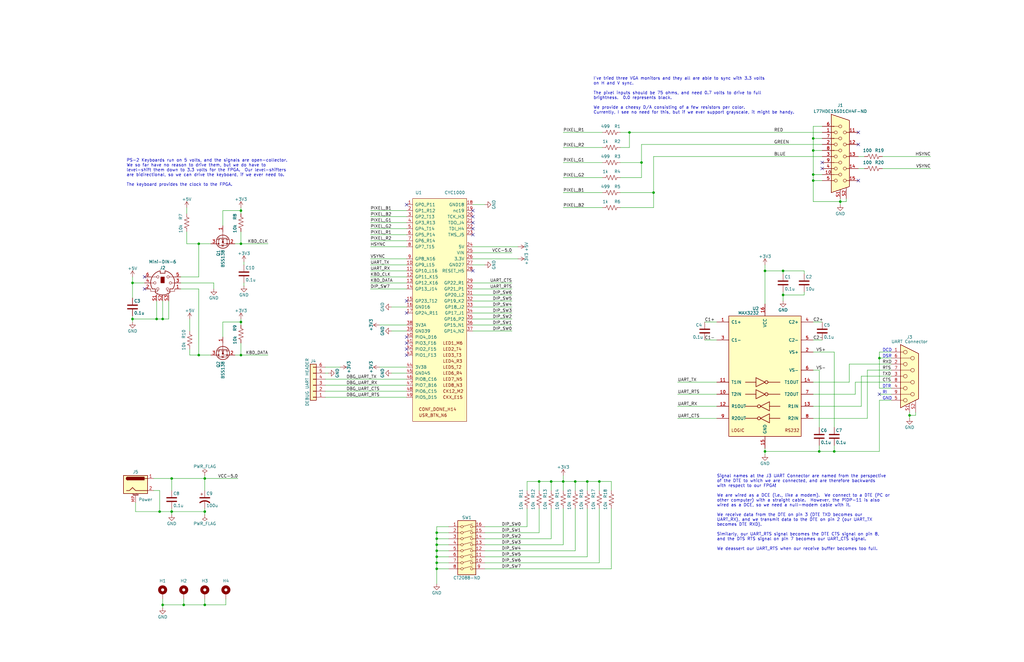
<source format=kicad_sch>
(kicad_sch (version 20210621) (generator eeschema)
  (paper "B")
  (title_block (title "ASCII Terminal") (date "2021-03-11") (rev "1") (company "Falco Engineering"))
  (lib_symbols
    (symbol "Connector:Barrel_Jack_MountingPin" (pin_names hide)
      (property "Reference" "J" (at 0 5.334 0))
      (property "Value" "Connector_Barrel_Jack_MountingPin" (at 1.27 -6.35 0))
      (symbol "Barrel_Jack_MountingPin_1_1"
        (text "Mounting" (at 0 -4.191 0) (effects (font (size 0.381 0.381))))
        (pin passive line (at 7.62 2.54 180) (length 2.54) (name "~") (number "1"))
        (pin passive line (at 7.62 -2.54 180) (length 2.54) (name "~") (number "2"))
        (pin passive line (at 0 -7.62 90) (length 3.048) (name "MountPin") (number "MP"))
      )
    )
    (symbol "Connector_Generic:Conn_01x06" (pin_names (offset 1.016) hide)
      (property "Reference" "J" (at 0 7.62 0))
      (property "Value" "Connector_Generic_Conn_01x06" (at 0 -10.16 0))
      (symbol "Conn_01x06_1_1"
        (pin passive line (at -5.08 5.08 0) (length 3.81) (name "Pin_1") (number "1"))
        (pin passive line (at -5.08 2.54 0) (length 3.81) (name "Pin_2") (number "2"))
        (pin passive line (at -5.08 0 0) (length 3.81) (name "Pin_3") (number "3"))
        (pin passive line (at -5.08 -2.54 0) (length 3.81) (name "Pin_4") (number "4"))
        (pin passive line (at -5.08 -5.08 0) (length 3.81) (name "Pin_5") (number "5"))
        (pin passive line (at -5.08 -7.62 0) (length 3.81) (name "Pin_6") (number "6"))
      )
    )
    (symbol "Device:C" (pin_numbers hide) (pin_names (offset 0.254))
      (property "Reference" "C" (at 0.635 2.54 0))
      (property "Value" "Device_C" (at 0.635 -2.54 0))
      (symbol "C_1_1"
        (pin passive line (at 0 3.81 270) (length 2.794) (name "~") (number "1"))
        (pin passive line (at 0 -3.81 90) (length 2.794) (name "~") (number "2"))
      )
    )
    (symbol "Device:CP1" (pin_numbers hide) (pin_names (offset 0.254) hide)
      (property "Reference" "C" (at 0.635 2.54 0))
      (property "Value" "Device_CP1" (at 0.635 -2.54 0))
      (symbol "CP1_1_1"
        (pin passive line (at 0 3.81 270) (length 2.794) (name "~") (number "1"))
        (pin passive line (at 0 -3.81 90) (length 3.302) (name "~") (number "2"))
      )
    )
    (symbol "Device:R_US" (pin_numbers hide) (pin_names (offset 0))
      (property "Reference" "R" (at 2.54 0 90))
      (property "Value" "Device_R_US" (at -2.54 0 90))
      (symbol "R_US_1_1"
        (pin passive line (at 0 3.81 270) (length 1.27) (name "~") (number "1"))
        (pin passive line (at 0 -3.81 90) (length 1.27) (name "~") (number "2"))
      )
    )
    (symbol "Interface_UART:MAX3232" (pin_names (offset 1.016))
      (property "Reference" "U" (at -2.54 28.575 0))
      (property "Value" "Interface_UART_MAX3232" (at -2.54 26.67 0))
      (symbol "MAX3232_0_0"
        (text "LOGIC" (at -11.43 -22.86 0) (effects (font (size 1.27 1.27))))
        (text "RS232" (at 11.43 -22.86 0) (effects (font (size 1.27 1.27))))
      )
      (symbol "MAX3232_1_1"
        (pin passive line (at -20.32 22.86 0) (length 5.08) (name "C1+") (number "1"))
        (pin input line (at -20.32 -7.62 0) (length 5.08) (name "T2IN") (number "10"))
        (pin input line (at -20.32 -2.54 0) (length 5.08) (name "T1IN") (number "11"))
        (pin output line (at -20.32 -12.7 0) (length 5.08) (name "R1OUT") (number "12"))
        (pin input line (at 20.32 -12.7 180) (length 5.08) (name "R1IN") (number "13"))
        (pin output line (at 20.32 -2.54 180) (length 5.08) (name "T1OUT") (number "14"))
        (pin power_in line (at 0 -30.48 90) (length 5.08) (name "GND") (number "15"))
        (pin power_in line (at 0 30.48 270) (length 5.08) (name "VCC") (number "16"))
        (pin power_out line (at 20.32 10.16 180) (length 5.08) (name "VS+") (number "2"))
        (pin passive line (at -20.32 15.24 0) (length 5.08) (name "C1-") (number "3"))
        (pin passive line (at 20.32 22.86 180) (length 5.08) (name "C2+") (number "4"))
        (pin passive line (at 20.32 15.24 180) (length 5.08) (name "C2-") (number "5"))
        (pin power_out line (at 20.32 2.54 180) (length 5.08) (name "VS-") (number "6"))
        (pin output line (at 20.32 -7.62 180) (length 5.08) (name "T2OUT") (number "7"))
        (pin input line (at 20.32 -17.78 180) (length 5.08) (name "R2IN") (number "8"))
        (pin output line (at -20.32 -17.78 0) (length 5.08) (name "R2OUT") (number "9"))
      )
    )
    (symbol "Mechanical:MountingHole_Pad" (pin_numbers hide) (pin_names (offset 1.016) hide)
      (property "Reference" "H" (at 0 6.35 0))
      (property "Value" "Mechanical_MountingHole_Pad" (at 0 4.445 0))
      (symbol "MountingHole_Pad_1_1"
        (pin input line (at 0 -2.54 90) (length 2.54) (name "1") (number "1"))
      )
    )
    (symbol "Switch:SW_DIP_x08" (pin_names (offset 0) hide)
      (property "Reference" "SW" (at 0 13.97 0))
      (property "Value" "Switch_SW_DIP_x08" (at 0 -11.43 0))
      (symbol "SW_DIP_x08_1_1"
        (pin passive line (at -7.62 10.16 0) (length 5.08) (name "~") (number "1"))
        (pin passive line (at 7.62 -5.08 180) (length 5.08) (name "~") (number "10"))
        (pin passive line (at 7.62 -2.54 180) (length 5.08) (name "~") (number "11"))
        (pin passive line (at 7.62 0 180) (length 5.08) (name "~") (number "12"))
        (pin passive line (at 7.62 2.54 180) (length 5.08) (name "~") (number "13"))
        (pin passive line (at 7.62 5.08 180) (length 5.08) (name "~") (number "14"))
        (pin passive line (at 7.62 7.62 180) (length 5.08) (name "~") (number "15"))
        (pin passive line (at 7.62 10.16 180) (length 5.08) (name "~") (number "16"))
        (pin passive line (at -7.62 7.62 0) (length 5.08) (name "~") (number "2"))
        (pin passive line (at -7.62 5.08 0) (length 5.08) (name "~") (number "3"))
        (pin passive line (at -7.62 2.54 0) (length 5.08) (name "~") (number "4"))
        (pin passive line (at -7.62 0 0) (length 5.08) (name "~") (number "5"))
        (pin passive line (at -7.62 -2.54 0) (length 5.08) (name "~") (number "6"))
        (pin passive line (at -7.62 -5.08 0) (length 5.08) (name "~") (number "7"))
        (pin passive line (at -7.62 -7.62 0) (length 5.08) (name "~") (number "8"))
        (pin passive line (at 7.62 -7.62 180) (length 5.08) (name "~") (number "9"))
      )
    )
    (symbol "Transistor_FET:BSS138" (pin_names hide)
      (property "Reference" "Q" (at 5.08 1.905 0))
      (property "Value" "Transistor_FET_BSS138" (at 5.08 0 0))
      (symbol "BSS138_1_1"
        (pin input line (at -5.08 0 0) (length 2.54) (name "G") (number "1"))
        (pin passive line (at 2.54 -5.08 90) (length 2.54) (name "S") (number "2"))
        (pin passive line (at 2.54 5.08 270) (length 2.54) (name "D") (number "3"))
      )
    )
    (symbol "falco_fpga:CYC1000" (pin_names (offset 1.016))
      (property "Reference" "U" (at -7.62 5.08 0))
      (property "Value" "CYC1000" (at 7.62 5.08 0))
      (symbol "CYC1000_0_0"
        (text "CK12_M2" (at 2.54 -78.74 0) (effects (font (size 1.27 1.27)) (justify left)))
        (text "CKX_E15" (at 2.54 -81.28 0) (effects (font (size 1.27 1.27)) (justify left)))
        (text "CONF_DONE_H14" (at -7.62 -86.36 0) (effects (font (size 1.27 1.27)) (justify left)))
        (text "LED1_M6" (at 2.54 -58.42 0) (effects (font (size 1.27 1.27)) (justify left)))
        (text "LED2_T4" (at 2.54 -60.96 0) (effects (font (size 1.27 1.27)) (justify left)))
        (text "LED3_T3" (at 2.54 -63.5 0) (effects (font (size 1.27 1.27)) (justify left)))
        (text "LED4_R3" (at 2.54 -66.04 0) (effects (font (size 1.27 1.27)) (justify left)))
        (text "LED5_T2" (at 2.54 -68.58 0) (effects (font (size 1.27 1.27)) (justify left)))
        (text "LED6_R4" (at 2.54 -71.12 0) (effects (font (size 1.27 1.27)) (justify left)))
        (text "LED7_N5" (at 2.54 -73.66 0) (effects (font (size 1.27 1.27)) (justify left)))
        (text "LED8_N3" (at 2.54 -76.2 0) (effects (font (size 1.27 1.27)) (justify left)))
        (text "USR_BTN_N6" (at -7.62 -88.9 0) (effects (font (size 1.27 1.27)) (justify left)))
      )
      (symbol "CYC1000_1_1"
        (pin bidirectional line (at -12.7 0 0) (length 2.54) (name "GP0_P11") (number "1"))
        (pin bidirectional line (at -12.7 -25.4 0) (length 2.54) (name "GP9_L15") (number "10"))
        (pin bidirectional line (at -12.7 -27.94 0) (length 2.54) (name "GP10_L16") (number "11"))
        (pin bidirectional line (at -12.7 -30.48 0) (length 2.54) (name "GP11_K15") (number "12"))
        (pin bidirectional line (at -12.7 -33.02 0) (length 2.54) (name "GP12_K16") (number "13"))
        (pin bidirectional line (at -12.7 -35.56 0) (length 2.54) (name "GP13_J14") (number "14"))
        (pin bidirectional line (at -12.7 -40.64 0) (length 2.54) (name "GP23_T12") (number "15"))
        (pin power_in line (at -12.7 -43.18 0) (length 2.54) (name "GND16") (number "16"))
        (pin bidirectional line (at -12.7 -45.72 0) (length 2.54) (name "GP24_R11") (number "17"))
        (pin power_in line (at 15.24 0 180) (length 2.54) (name "GND18") (number "18"))
        (pin passive line (at 15.24 -2.54 180) (length 2.54) (name "nc19") (number "19"))
        (pin bidirectional line (at -12.7 -2.54 0) (length 2.54) (name "GP1_R12") (number "2"))
        (pin input line (at 15.24 -5.08 180) (length 2.54) (name "TCK_H3") (number "20"))
        (pin output line (at 15.24 -7.62 180) (length 2.54) (name "TDO_J4") (number "21"))
        (pin input line (at 15.24 -10.16 180) (length 2.54) (name "TDI_H4") (number "22"))
        (pin input line (at 15.24 -12.7 180) (length 2.54) (name "TMS_J5") (number "23"))
        (pin power_out line (at 15.24 -17.78 180) (length 2.54) (name "5V") (number "24"))
        (pin power_in line (at 15.24 -20.32 180) (length 2.54) (name "VIN") (number "25"))
        (pin power_out line (at 15.24 -22.86 180) (length 2.54) (name "3.3V") (number "26"))
        (pin power_in line (at 15.24 -25.4 180) (length 2.54) (name "GND27") (number "27"))
        (pin input line (at 15.24 -27.94 180) (length 2.54) (name "RESET_H5") (number "28"))
        (pin bidirectional line (at 15.24 -33.02 180) (length 2.54) (name "GP22_R1") (number "29"))
        (pin bidirectional line (at -12.7 -5.08 0) (length 2.54) (name "GP2_T13") (number "3"))
        (pin bidirectional line (at 15.24 -35.56 180) (length 2.54) (name "GP21_P1") (number "30"))
        (pin bidirectional line (at 15.24 -38.1 180) (length 2.54) (name "GP20_L2") (number "31"))
        (pin bidirectional line (at 15.24 -40.64 180) (length 2.54) (name "GP19_K2") (number "32"))
        (pin bidirectional line (at 15.24 -43.18 180) (length 2.54) (name "GP18_J2") (number "33"))
        (pin bidirectional line (at 15.24 -45.72 180) (length 2.54) (name "GP17_J1") (number "34"))
        (pin bidirectional line (at 15.24 -48.26 180) (length 2.54) (name "GP16_P2") (number "35"))
        (pin bidirectional line (at 15.24 -50.8 180) (length 2.54) (name "GP15_N1") (number "36"))
        (pin bidirectional line (at 15.24 -53.34 180) (length 2.54) (name "GP14_N2") (number "37"))
        (pin passive line (at -12.7 -50.8 0) (length 2.54) (name "3V3A") (number "38"))
        (pin power_in line (at -12.7 -53.34 0) (length 2.54) (name "GND39") (number "39"))
        (pin bidirectional line (at -12.7 -7.62 0) (length 2.54) (name "GP3_R13") (number "4"))
        (pin bidirectional line (at -12.7 -55.88 0) (length 2.54) (name "PIO4_D16") (number "40"))
        (pin bidirectional line (at -12.7 -58.42 0) (length 2.54) (name "PIO3_F16") (number "41"))
        (pin bidirectional line (at -12.7 -60.96 0) (length 2.54) (name "PIO2_F15") (number "42"))
        (pin bidirectional line (at -12.7 -63.5 0) (length 2.54) (name "PIO1_F13") (number "43"))
        (pin passive line (at -12.7 -68.58 0) (length 2.54) (name "3V3B") (number "44"))
        (pin power_in line (at -12.7 -71.12 0) (length 2.54) (name "GND45") (number "45"))
        (pin bidirectional line (at -12.7 -73.66 0) (length 2.54) (name "PIO8_C16") (number "46"))
        (pin bidirectional line (at -12.7 -76.2 0) (length 2.54) (name "PIO7_B16") (number "47"))
        (pin bidirectional line (at -12.7 -78.74 0) (length 2.54) (name "PIO6_C15") (number "48"))
        (pin bidirectional line (at -12.7 -81.28 0) (length 2.54) (name "PIO5_D15") (number "49"))
        (pin bidirectional line (at -12.7 -10.16 0) (length 2.54) (name "GP4_T14") (number "5"))
        (pin bidirectional line (at -12.7 -12.7 0) (length 2.54) (name "GP5_P14") (number "6"))
        (pin bidirectional line (at -12.7 -15.24 0) (length 2.54) (name "GP6_R14") (number "7"))
        (pin bidirectional line (at -12.7 -17.78 0) (length 2.54) (name "GP7_T15") (number "8"))
        (pin bidirectional line (at -12.7 -22.86 0) (length 2.54) (name "GP8_N16") (number "9"))
      )
    )
    (symbol "falco_terminal:DB15_Female" (pin_names (offset 1.016) hide)
      (property "Reference" "J" (at 0 21.59 0))
      (property "Value" "DB15_Female" (at 0 19.05 0))
      (symbol "DB15_Female_1_1"
        (pin passive line (at -7.62 10.16 0) (length 5.08) (name "~") (number "1"))
        (pin passive line (at -7.62 -7.62 0) (length 5.08) (name "~") (number "10"))
        (pin passive line (at 7.62 10.16 180) (length 5.08) (name "~") (number "11"))
        (pin passive line (at 7.62 5.08 180) (length 5.08) (name "~") (number "12"))
        (pin passive line (at 7.62 0 180) (length 5.08) (name "~") (number "13"))
        (pin passive line (at 7.62 -5.08 180) (length 5.08) (name "~") (number "14"))
        (pin passive line (at 7.62 -10.16 180) (length 5.08) (name "~") (number "15"))
        (pin passive line (at -7.62 5.08 0) (length 5.08) (name "~") (number "2"))
        (pin passive line (at -7.62 0 0) (length 5.08) (name "~") (number "3"))
        (pin passive line (at -7.62 -5.08 0) (length 5.08) (name "~") (number "4"))
        (pin passive line (at -7.62 -10.16 0) (length 5.08) (name "~") (number "5"))
        (pin passive line (at -7.62 12.7 0) (length 5.08) (name "~") (number "6"))
        (pin passive line (at -7.62 7.62 0) (length 5.08) (name "~") (number "7"))
        (pin passive line (at -7.62 2.54 0) (length 5.08) (name "~") (number "8"))
        (pin passive line (at -7.62 -2.54 0) (length 5.08) (name "~") (number "9"))
        (pin passive line (at 0 -17.78 90) (length 3.81) (name "~") (number "S1"))
        (pin passive line (at 2.54 -17.78 90) (length 4.572) (name "~") (number "S2"))
      )
    )
    (symbol "falco_terminal:DB9_Female" (pin_names (offset 1.016) hide)
      (property "Reference" "J" (at 0 16.51 0))
      (property "Value" "DB9_Female" (at 0 14.605 0))
      (symbol "DB9_Female_1_1"
        (pin passive line (at -7.62 10.16 0) (length 3.81) (name "1") (number "1"))
        (pin passive line (at -7.62 5.08 0) (length 3.81) (name "2") (number "2"))
        (pin passive line (at -7.62 0 0) (length 3.81) (name "3") (number "3"))
        (pin passive line (at -7.62 -5.08 0) (length 3.81) (name "4") (number "4"))
        (pin passive line (at -7.62 -10.16 0) (length 3.81) (name "5") (number "5"))
        (pin passive line (at -7.62 7.62 0) (length 3.81) (name "6") (number "6"))
        (pin passive line (at -7.62 2.54 0) (length 3.81) (name "7") (number "7"))
        (pin passive line (at -7.62 -2.54 0) (length 3.81) (name "8") (number "8"))
        (pin passive line (at -7.62 -7.62 0) (length 3.81) (name "9") (number "9"))
        (pin passive line (at 0 -15.24 90) (length 3.81) (name "~") (number "S1"))
        (pin passive line (at 2.54 -15.24 90) (length 5.08) (name "~") (number "S2"))
      )
    )
    (symbol "falco_terminal:Mini-DIN-6" (pin_names (offset 1.016))
      (property "Reference" "J" (at 0 6.35 0))
      (property "Value" "Mini-DIN-6" (at 7.62 6.35 0))
      (symbol "Mini-DIN-6_1_1"
        (pin passive line (at 7.62 -2.54 180) (length 2.54) (name "~") (number "1"))
        (pin passive line (at -7.62 -2.54 0) (length 2.54) (name "~") (number "2"))
        (pin passive line (at 7.62 0 180) (length 2.54) (name "~") (number "3"))
        (pin passive line (at -7.62 0 0) (length 2.54) (name "~") (number "4"))
        (pin passive line (at 7.62 2.54 180) (length 2.54) (name "~") (number "5"))
        (pin passive line (at -7.62 2.54 0) (length 2.54) (name "~") (number "6"))
        (pin passive line (at -2.54 -7.62 90) (length 2.54) (name "~") (number "S1"))
        (pin passive line (at 0 -7.62 90) (length 2.54) (name "~") (number "S2"))
        (pin passive line (at 2.54 -7.62 90) (length 2.54) (name "~") (number "S3"))
      )
    )
    (symbol "power:+3V3" (power) (pin_names (offset 0))
      (property "Value" "power_+3V3" (at 0 3.556 0))
      (symbol "+3V3_1_1"
        (pin power_in line (at 0 0 90) (length 0) hide (name "+3V3") (number "1"))
      )
    )
    (symbol "power:+5V" (power) (pin_names (offset 0))
      (property "Value" "power_+5V" (at 0 3.556 0))
      (symbol "+5V_1_1"
        (pin power_in line (at 0 0 90) (length 0) hide (name "+5V") (number "1"))
      )
    )
    (symbol "power:GND" (power) (pin_names (offset 0))
      (property "Value" "power_GND" (at 0 -3.81 0))
      (symbol "GND_1_1"
        (pin power_in line (at 0 0 270) (length 0) hide (name "GND") (number "1"))
      )
    )
    (symbol "power:PWR_FLAG" (power) (pin_numbers hide) (pin_names (offset 0) hide)
      (property "Value" "power_PWR_FLAG" (at 0 3.81 0))
      (symbol "PWR_FLAG_0_0"
        (pin power_out line (at 0 0 90) (length 0) (name "pwr") (number "1"))
      )
    )
  )
  (junction (at 77.47 255.27))
  (junction (at 270.51 68.58))
  (junction (at 330.2 124.46))
  (junction (at 72.39 215.9))
  (junction (at 342.9 76.2))
  (junction (at 86.36 201.93))
  (junction (at 101.6 88.9))
  (junction (at 86.36 255.27))
  (junction (at 68.58 255.27))
  (junction (at 342.9 63.5))
  (junction (at 265.43 55.88))
  (junction (at 101.6 149.86))
  (junction (at 66.04 134.62))
  (junction (at 83.82 149.86))
  (junction (at 67.31 215.9))
  (junction (at 242.57 203.2))
  (junction (at 83.82 102.87))
  (junction (at 351.79 190.5))
  (junction (at 227.33 203.2))
  (junction (at 342.9 58.42))
  (junction (at 101.6 102.87))
  (junction (at 184.15 227.33))
  (junction (at 184.15 234.95))
  (junction (at 184.15 240.03))
  (junction (at 322.58 190.5))
  (junction (at 72.39 201.93))
  (junction (at 354.33 85.09))
  (junction (at 383.54 175.26))
  (junction (at 55.88 134.62))
  (junction (at 55.88 119.38))
  (junction (at 101.6 135.89))
  (junction (at 330.2 114.3))
  (junction (at 184.15 229.87))
  (junction (at 232.41 203.2))
  (junction (at 184.15 224.79))
  (junction (at 184.15 232.41))
  (junction (at 237.49 203.2))
  (junction (at 342.9 73.66))
  (junction (at 345.44 190.5))
  (junction (at 247.65 203.2))
  (junction (at 184.15 237.49))
  (junction (at 322.58 114.3))
  (junction (at 275.59 81.28))
  (junction (at 252.73 203.2))
  (junction (at 86.36 215.9))
  (junction (at 370.84 151.13))
  (junction (at 68.58 134.62))
  (no_connect (at 370.84 166.37))
  (no_connect (at 171.45 144.78))
  (no_connect (at 199.39 96.52))
  (no_connect (at 199.39 93.98))
  (no_connect (at 60.96 121.92))
  (no_connect (at 199.39 88.9))
  (no_connect (at 361.95 60.96))
  (no_connect (at 346.71 68.58))
  (no_connect (at 361.95 55.88))
  (no_connect (at 199.39 114.3))
  (no_connect (at 60.96 116.84))
  (no_connect (at 171.45 132.08))
  (no_connect (at 171.45 149.86))
  (no_connect (at 171.45 142.24))
  (no_connect (at 361.95 76.2))
  (no_connect (at 346.71 71.12))
  (no_connect (at 171.45 86.36))
  (no_connect (at 199.39 91.44))
  (no_connect (at 199.39 99.06))
  (no_connect (at 171.45 147.32))
  (no_connect (at 171.45 127))
  (wire (pts (xy 189.23 224.79) (xy 184.15 224.79)))
  (wire (pts (xy 78.74 87.63) (xy 78.74 90.17)))
  (wire (pts (xy 55.88 133.35) (xy 55.88 134.62)))
  (wire (pts (xy 215.9 129.54) (xy 199.39 129.54)))
  (wire (pts (xy 204.47 237.49) (xy 252.73 237.49)))
  (wire (pts (xy 354.33 83.82) (xy 354.33 85.09)))
  (wire (pts (xy 80.01 134.62) (xy 80.01 139.7)))
  (wire (pts (xy 199.39 111.76) (xy 204.47 111.76)))
  (wire (pts (xy 232.41 207.01) (xy 232.41 203.2)))
  (wire (pts (xy 156.21 121.92) (xy 171.45 121.92)))
  (wire (pts (xy 78.74 102.87) (xy 83.82 102.87)))
  (wire (pts (xy 189.23 229.87) (xy 184.15 229.87)))
  (wire (pts (xy 360.68 161.29) (xy 375.92 161.29)))
  (wire (pts (xy 339.09 114.3) (xy 339.09 115.57)))
  (wire (pts (xy 237.49 203.2) (xy 237.49 200.66)))
  (wire (pts (xy 285.75 161.29) (xy 302.26 161.29)))
  (wire (pts (xy 222.25 222.25) (xy 222.25 214.63)))
  (wire (pts (xy 242.57 207.01) (xy 242.57 203.2)))
  (wire (pts (xy 101.6 135.89) (xy 93.98 135.89)))
  (wire (pts (xy 242.57 203.2) (xy 247.65 203.2)))
  (wire (pts (xy 204.47 227.33) (xy 232.41 227.33)))
  (wire (pts (xy 86.36 215.9) (xy 86.36 214.63)))
  (wire (pts (xy 137.16 162.56) (xy 171.45 162.56)))
  (wire (pts (xy 68.58 255.27) (xy 77.47 255.27)))
  (wire (pts (xy 189.23 237.49) (xy 184.15 237.49)))
  (wire (pts (xy 370.84 151.13) (xy 375.92 151.13)))
  (wire (pts (xy 370.84 148.59) (xy 370.84 151.13)))
  (wire (pts (xy 342.9 58.42) (xy 342.9 63.5)))
  (wire (pts (xy 215.9 119.38) (xy 199.39 119.38)))
  (wire (pts (xy 67.31 215.9) (xy 57.15 215.9)))
  (wire (pts (xy 242.57 232.41) (xy 242.57 214.63)))
  (wire (pts (xy 156.21 114.3) (xy 171.45 114.3)))
  (wire (pts (xy 339.09 124.46) (xy 339.09 123.19)))
  (wire (pts (xy 275.59 81.28) (xy 275.59 66.04)))
  (wire (pts (xy 356.87 85.09) (xy 356.87 83.82)))
  (wire (pts (xy 237.49 207.01) (xy 237.49 203.2)))
  (wire (pts (xy 156.21 104.14) (xy 171.45 104.14)))
  (wire (pts (xy 66.04 127) (xy 66.04 134.62)))
  (wire (pts (xy 93.98 135.89) (xy 93.98 142.24)))
  (wire (pts (xy 67.31 215.9) (xy 72.39 215.9)))
  (wire (pts (xy 351.79 190.5) (xy 370.84 190.5)))
  (wire (pts (xy 275.59 87.63) (xy 275.59 81.28)))
  (wire (pts (xy 270.51 74.93) (xy 270.51 68.58)))
  (wire (pts (xy 351.79 187.96) (xy 351.79 190.5)))
  (wire (pts (xy 156.21 116.84) (xy 171.45 116.84)))
  (wire (pts (xy 68.58 134.62) (xy 71.12 134.62)))
  (wire (pts (xy 55.88 134.62) (xy 55.88 135.89)))
  (wire (pts (xy 237.49 81.28) (xy 254 81.28)))
  (wire (pts (xy 101.6 149.86) (xy 113.03 149.86)))
  (wire (pts (xy 261.62 68.58) (xy 270.51 68.58)))
  (wire (pts (xy 265.43 55.88) (xy 346.71 55.88)))
  (wire (pts (xy 204.47 222.25) (xy 222.25 222.25)))
  (wire (pts (xy 342.9 53.34) (xy 342.9 58.42)))
  (wire (pts (xy 330.2 114.3) (xy 339.09 114.3)))
  (wire (pts (xy 270.51 60.96) (xy 346.71 60.96)))
  (wire (pts (xy 102.87 110.49) (xy 102.87 111.76)))
  (wire (pts (xy 342.9 76.2) (xy 342.9 85.09)))
  (wire (pts (xy 345.44 190.5) (xy 345.44 187.96)))
  (wire (pts (xy 215.9 137.16) (xy 199.39 137.16)))
  (wire (pts (xy 165.1 139.7) (xy 171.45 139.7)))
  (wire (pts (xy 330.2 123.19) (xy 330.2 124.46)))
  (wire (pts (xy 86.36 200.66) (xy 86.36 201.93)))
  (wire (pts (xy 64.77 201.93) (xy 72.39 201.93)))
  (wire (pts (xy 86.36 255.27) (xy 95.25 255.27)))
  (wire (pts (xy 261.62 87.63) (xy 275.59 87.63)))
  (wire (pts (xy 354.33 85.09) (xy 356.87 85.09)))
  (wire (pts (xy 342.9 161.29) (xy 358.14 161.29)))
  (wire (pts (xy 351.79 148.59) (xy 342.9 148.59)))
  (wire (pts (xy 392.43 71.12) (xy 372.11 71.12)))
  (wire (pts (xy 358.14 161.29) (xy 358.14 153.67)))
  (wire (pts (xy 156.21 93.98) (xy 171.45 93.98)))
  (wire (pts (xy 137.16 157.48) (xy 138.43 157.48)))
  (wire (pts (xy 72.39 207.01) (xy 72.39 201.93)))
  (wire (pts (xy 189.23 240.03) (xy 184.15 240.03)))
  (wire (pts (xy 237.49 68.58) (xy 254 68.58)))
  (wire (pts (xy 330.2 114.3) (xy 322.58 114.3)))
  (wire (pts (xy 370.84 190.5) (xy 370.84 168.91)))
  (wire (pts (xy 261.62 74.93) (xy 270.51 74.93)))
  (wire (pts (xy 204.47 229.87) (xy 237.49 229.87)))
  (wire (pts (xy 346.71 76.2) (xy 342.9 76.2)))
  (wire (pts (xy 55.88 134.62) (xy 66.04 134.62)))
  (wire (pts (xy 156.21 91.44) (xy 171.45 91.44)))
  (wire (pts (xy 78.74 97.79) (xy 78.74 102.87)))
  (wire (pts (xy 346.71 58.42) (xy 342.9 58.42)))
  (wire (pts (xy 261.62 55.88) (xy 265.43 55.88)))
  (wire (pts (xy 204.47 240.03) (xy 257.81 240.03)))
  (wire (pts (xy 184.15 234.95) (xy 184.15 237.49)))
  (wire (pts (xy 189.23 222.25) (xy 184.15 222.25)))
  (wire (pts (xy 156.21 101.6) (xy 171.45 101.6)))
  (wire (pts (xy 199.39 86.36) (xy 204.47 86.36)))
  (wire (pts (xy 165.1 157.48) (xy 171.45 157.48)))
  (wire (pts (xy 322.58 190.5) (xy 345.44 190.5)))
  (wire (pts (xy 386.08 175.26) (xy 386.08 173.99)))
  (wire (pts (xy 297.18 135.89) (xy 302.26 135.89)))
  (wire (pts (xy 68.58 127) (xy 68.58 134.62)))
  (wire (pts (xy 165.1 129.54) (xy 171.45 129.54)))
  (wire (pts (xy 227.33 207.01) (xy 227.33 203.2)))
  (wire (pts (xy 232.41 203.2) (xy 237.49 203.2)))
  (wire (pts (xy 237.49 203.2) (xy 242.57 203.2)))
  (wire (pts (xy 184.15 224.79) (xy 184.15 227.33)))
  (wire (pts (xy 330.2 124.46) (xy 330.2 127)))
  (wire (pts (xy 156.21 96.52) (xy 171.45 96.52)))
  (wire (pts (xy 86.36 215.9) (xy 86.36 217.17)))
  (wire (pts (xy 71.12 134.62) (xy 71.12 127)))
  (wire (pts (xy 156.21 88.9) (xy 171.45 88.9)))
  (wire (pts (xy 160.02 154.94) (xy 171.45 154.94)))
  (wire (pts (xy 330.2 124.46) (xy 339.09 124.46)))
  (wire (pts (xy 204.47 224.79) (xy 227.33 224.79)))
  (wire (pts (xy 247.65 234.95) (xy 247.65 214.63)))
  (wire (pts (xy 199.39 106.68) (xy 215.9 106.68)))
  (wire (pts (xy 204.47 232.41) (xy 242.57 232.41)))
  (wire (pts (xy 346.71 53.34) (xy 342.9 53.34)))
  (wire (pts (xy 189.23 227.33) (xy 184.15 227.33)))
  (wire (pts (xy 99.06 149.86) (xy 101.6 149.86)))
  (wire (pts (xy 215.9 124.46) (xy 199.39 124.46)))
  (wire (pts (xy 86.36 207.01) (xy 86.36 201.93)))
  (wire (pts (xy 322.58 190.5) (xy 322.58 191.77)))
  (wire (pts (xy 156.21 119.38) (xy 171.45 119.38)))
  (wire (pts (xy 285.75 176.53) (xy 302.26 176.53)))
  (wire (pts (xy 342.9 176.53) (xy 365.76 176.53)))
  (wire (pts (xy 375.92 166.37) (xy 370.84 166.37)))
  (wire (pts (xy 358.14 153.67) (xy 375.92 153.67)))
  (wire (pts (xy 68.58 256.54) (xy 68.58 255.27)))
  (wire (pts (xy 184.15 237.49) (xy 184.15 240.03)))
  (wire (pts (xy 237.49 229.87) (xy 237.49 214.63)))
  (wire (pts (xy 137.16 167.64) (xy 171.45 167.64)))
  (wire (pts (xy 342.9 63.5) (xy 342.9 73.66)))
  (wire (pts (xy 67.31 207.01) (xy 67.31 215.9)))
  (wire (pts (xy 346.71 63.5) (xy 342.9 63.5)))
  (wire (pts (xy 257.81 203.2) (xy 257.81 207.01)))
  (wire (pts (xy 345.44 156.21) (xy 342.9 156.21)))
  (wire (pts (xy 342.9 143.51) (xy 346.71 143.51)))
  (wire (pts (xy 160.02 137.16) (xy 171.45 137.16)))
  (wire (pts (xy 101.6 134.62) (xy 101.6 135.89)))
  (wire (pts (xy 370.84 151.13) (xy 370.84 163.83)))
  (wire (pts (xy 345.44 180.34) (xy 345.44 156.21)))
  (wire (pts (xy 360.68 166.37) (xy 360.68 161.29)))
  (wire (pts (xy 215.9 132.08) (xy 199.39 132.08)))
  (wire (pts (xy 199.39 109.22) (xy 218.44 109.22)))
  (wire (pts (xy 252.73 207.01) (xy 252.73 203.2)))
  (wire (pts (xy 351.79 180.34) (xy 351.79 148.59)))
  (wire (pts (xy 101.6 88.9) (xy 93.98 88.9)))
  (wire (pts (xy 184.15 222.25) (xy 184.15 224.79)))
  (wire (pts (xy 363.22 171.45) (xy 363.22 158.75)))
  (wire (pts (xy 101.6 97.79) (xy 101.6 102.87)))
  (wire (pts (xy 342.9 135.89) (xy 346.71 135.89)))
  (wire (pts (xy 247.65 203.2) (xy 252.73 203.2)))
  (wire (pts (xy 285.75 171.45) (xy 302.26 171.45)))
  (wire (pts (xy 68.58 255.27) (xy 68.58 252.73)))
  (wire (pts (xy 77.47 255.27) (xy 86.36 255.27)))
  (wire (pts (xy 365.76 176.53) (xy 365.76 156.21)))
  (wire (pts (xy 383.54 173.99) (xy 383.54 175.26)))
  (wire (pts (xy 72.39 201.93) (xy 86.36 201.93)))
  (wire (pts (xy 55.88 119.38) (xy 60.96 119.38)))
  (wire (pts (xy 345.44 190.5) (xy 351.79 190.5)))
  (wire (pts (xy 101.6 135.89) (xy 101.6 137.16)))
  (wire (pts (xy 370.84 168.91) (xy 375.92 168.91)))
  (wire (pts (xy 77.47 252.73) (xy 77.47 255.27)))
  (wire (pts (xy 76.2 116.84) (xy 83.82 116.84)))
  (wire (pts (xy 99.06 102.87) (xy 101.6 102.87)))
  (wire (pts (xy 93.98 88.9) (xy 93.98 95.25)))
  (wire (pts (xy 215.9 121.92) (xy 199.39 121.92)))
  (wire (pts (xy 322.58 111.76) (xy 322.58 114.3)))
  (wire (pts (xy 86.36 201.93) (xy 100.33 201.93)))
  (wire (pts (xy 383.54 175.26) (xy 386.08 175.26)))
  (wire (pts (xy 184.15 227.33) (xy 184.15 229.87)))
  (wire (pts (xy 184.15 240.03) (xy 184.15 246.38)))
  (wire (pts (xy 261.62 81.28) (xy 275.59 81.28)))
  (wire (pts (xy 184.15 229.87) (xy 184.15 232.41)))
  (wire (pts (xy 101.6 88.9) (xy 101.6 90.17)))
  (wire (pts (xy 137.16 160.02) (xy 171.45 160.02)))
  (wire (pts (xy 80.01 149.86) (xy 83.82 149.86)))
  (wire (pts (xy 86.36 252.73) (xy 86.36 255.27)))
  (wire (pts (xy 57.15 215.9) (xy 57.15 212.09)))
  (wire (pts (xy 237.49 87.63) (xy 254 87.63)))
  (wire (pts (xy 342.9 166.37) (xy 360.68 166.37)))
  (wire (pts (xy 375.92 148.59) (xy 370.84 148.59)))
  (wire (pts (xy 215.9 127) (xy 199.39 127)))
  (wire (pts (xy 252.73 237.49) (xy 252.73 214.63)))
  (wire (pts (xy 363.22 158.75) (xy 375.92 158.75)))
  (wire (pts (xy 361.95 71.12) (xy 364.49 71.12)))
  (wire (pts (xy 189.23 234.95) (xy 184.15 234.95)))
  (wire (pts (xy 361.95 66.04) (xy 364.49 66.04)))
  (wire (pts (xy 95.25 255.27) (xy 95.25 252.73)))
  (wire (pts (xy 215.9 139.7) (xy 199.39 139.7)))
  (wire (pts (xy 101.6 102.87) (xy 113.03 102.87)))
  (wire (pts (xy 285.75 166.37) (xy 302.26 166.37)))
  (wire (pts (xy 156.21 99.06) (xy 171.45 99.06)))
  (wire (pts (xy 365.76 156.21) (xy 375.92 156.21)))
  (wire (pts (xy 83.82 102.87) (xy 88.9 102.87)))
  (wire (pts (xy 83.82 149.86) (xy 88.9 149.86)))
  (wire (pts (xy 237.49 55.88) (xy 254 55.88)))
  (wire (pts (xy 247.65 207.01) (xy 247.65 203.2)))
  (wire (pts (xy 80.01 147.32) (xy 80.01 149.86)))
  (wire (pts (xy 275.59 66.04) (xy 346.71 66.04)))
  (wire (pts (xy 72.39 214.63) (xy 72.39 215.9)))
  (wire (pts (xy 156.21 111.76) (xy 171.45 111.76)))
  (wire (pts (xy 330.2 115.57) (xy 330.2 114.3)))
  (wire (pts (xy 55.88 116.84) (xy 55.88 119.38)))
  (wire (pts (xy 297.18 143.51) (xy 302.26 143.51)))
  (wire (pts (xy 83.82 116.84) (xy 83.82 102.87)))
  (wire (pts (xy 237.49 74.93) (xy 254 74.93)))
  (wire (pts (xy 392.43 66.04) (xy 372.11 66.04)))
  (wire (pts (xy 354.33 85.09) (xy 354.33 86.36)))
  (wire (pts (xy 237.49 62.23) (xy 254 62.23)))
  (wire (pts (xy 66.04 134.62) (xy 68.58 134.62)))
  (wire (pts (xy 270.51 68.58) (xy 270.51 60.96)))
  (wire (pts (xy 184.15 232.41) (xy 184.15 234.95)))
  (wire (pts (xy 252.73 203.2) (xy 257.81 203.2)))
  (wire (pts (xy 76.2 119.38) (xy 90.17 119.38)))
  (wire (pts (xy 55.88 119.38) (xy 55.88 125.73)))
  (wire (pts (xy 72.39 215.9) (xy 72.39 217.17)))
  (wire (pts (xy 204.47 234.95) (xy 247.65 234.95)))
  (wire (pts (xy 265.43 62.23) (xy 265.43 55.88)))
  (wire (pts (xy 215.9 134.62) (xy 199.39 134.62)))
  (wire (pts (xy 342.9 85.09) (xy 354.33 85.09)))
  (wire (pts (xy 72.39 215.9) (xy 86.36 215.9)))
  (wire (pts (xy 232.41 227.33) (xy 232.41 214.63)))
  (wire (pts (xy 83.82 121.92) (xy 83.82 149.86)))
  (wire (pts (xy 222.25 207.01) (xy 222.25 203.2)))
  (wire (pts (xy 76.2 121.92) (xy 83.82 121.92)))
  (wire (pts (xy 342.9 171.45) (xy 363.22 171.45)))
  (wire (pts (xy 346.71 73.66) (xy 342.9 73.66)))
  (wire (pts (xy 227.33 203.2) (xy 232.41 203.2)))
  (wire (pts (xy 322.58 114.3) (xy 322.58 128.27)))
  (wire (pts (xy 383.54 175.26) (xy 383.54 176.53)))
  (wire (pts (xy 322.58 189.23) (xy 322.58 190.5)))
  (wire (pts (xy 137.16 165.1) (xy 171.45 165.1)))
  (wire (pts (xy 101.6 144.78) (xy 101.6 149.86)))
  (wire (pts (xy 90.17 119.38) (xy 90.17 121.92)))
  (wire (pts (xy 370.84 163.83) (xy 375.92 163.83)))
  (wire (pts (xy 257.81 240.03) (xy 257.81 214.63)))
  (wire (pts (xy 156.21 109.22) (xy 171.45 109.22)))
  (wire (pts (xy 227.33 224.79) (xy 227.33 214.63)))
  (wire (pts (xy 199.39 104.14) (xy 218.44 104.14)))
  (wire (pts (xy 137.16 154.94) (xy 143.51 154.94)))
  (wire (pts (xy 261.62 62.23) (xy 265.43 62.23)))
  (wire (pts (xy 102.87 119.38) (xy 102.87 120.65)))
  (wire (pts (xy 222.25 203.2) (xy 227.33 203.2)))
  (wire (pts (xy 189.23 232.41) (xy 184.15 232.41)))
  (wire (pts (xy 101.6 87.63) (xy 101.6 88.9)))
  (wire (pts (xy 64.77 207.01) (xy 67.31 207.01)))
  (wire (pts (xy 342.9 73.66) (xy 342.9 76.2)))
  (text "GND" (at 372.11 168.91 0) (effects (font (size 1.27 1.27)) (justify left bottom)))
  (text "Signal names at the J3 UART Connector are named from the perspective\nof the DTE to which we are connected, and are therefore backwards\nwith respect to our FPGA!\n\nWe are wired as a DCE (i.e., like a modem).  We connect to a DTE (PC or\nother computer) with a straight cable.  However, the PiDP-11 is also\nwired as a DCE, so we need a null-modem cable with it.\n\nWe receive data from the DTE on pin 3 (DTE TXD becomes our\nUART_RX), and we transmit data to the DTE on pin 2 (our UART_TX\nbecomes DTE RXD).\n\nSimilarly, our UART_RTS signal becomes the DTE CTS signal on pin 8,\nand the DTS RTS signal on pin 7 becomes our UART_CTS signal.\n\nWe deassert our UART_RTS when our receive buffer becomes too full." (at 302.26 232.41 0) (effects (font (size 1.27 1.27)) (justify left bottom)))
  (text "DTR" (at 372.11 163.83 0) (effects (font (size 1.27 1.27)) (justify left bottom)))
  (text "I've tried three VGA monitors and they all are able to sync with 3.3 volts\non H and V sync.\n\nThe pixel inputs should be 75 ohms, and need 0.7 volts to drive to full\nbrightness.  0.0 represents black.\n\nWe provide a cheesy D/A consisting of a few resistors per color.\nCurrently, I see no need for this, but if we ever support grayscale, it might be handy." (at 250.19 48.26 0) (effects (font (size 1.27 1.27)) (justify left bottom)))
  (text "PS-2 Keyboards run on 5 volts, and the signals are open-collector.\nWe so far have no reason to drive them, but we do have to\nlevel-shift them down to 3.3 volts for the FPGA.  Our level-shifters\nare bidirectional, so we can drive the keyboard, if we ever need to.\n\nThe keyboard provides the clock to the FPGA." (at 53.34 78.74 0) (effects (font (size 1.27 1.27)) (justify left bottom)))
  (text "RI" (at 372.11 166.37 0) (effects (font (size 1.27 1.27)) (justify left bottom)))
  (text "DCD" (at 372.11 148.59 0) (effects (font (size 1.27 1.27)) (justify left bottom)))
  (text "DSR" (at 372.11 151.13 0) (effects (font (size 1.27 1.27)) (justify left bottom)))
  (label "HSYNC" (at 392.43 66.04 180))
  (label "DIP_SW0" (at 215.9 139.7 180))
  (label "RTS" (at 372.11 156.21 0))
  (label "DIP_SW0" (at 219.71 222.25 180))
  (label "DIP_SW2" (at 215.9 134.62 180))
  (label "HSYNC" (at 156.21 104.14 0))
  (label "DIP_SW7" (at 219.71 240.03 180))
  (label "C1+" (at 297.18 135.89 0))
  (label "PIXEL_G2" (at 237.49 74.93 0))
  (label "UART_RX" (at 156.21 114.3 0))
  (label "VSYNC" (at 392.43 71.12 180))
  (label "KBD_CLK" (at 113.03 102.87 180))
  (label "DBG_UART_CTS" (at 146.05 165.1 0))
  (label "KBD_CLK" (at 156.21 116.84 0))
  (label "VS+" (at 344.17 148.59 0))
  (label "UART_CTS" (at 285.75 176.53 0))
  (label "PIXEL_B2" (at 156.21 91.44 0))
  (label "DIP_SW4" (at 219.71 232.41 180))
  (label "DIP_SW5" (at 219.71 234.95 180))
  (label "DIP_SW2" (at 219.71 227.33 180))
  (label "PIXEL_R1" (at 237.49 55.88 0))
  (label "DIP_SW1" (at 219.71 224.79 180))
  (label "VCC-5.0" (at 215.9 106.68 180))
  (label "RXD" (at 372.11 153.67 0))
  (label "DIP_SW3" (at 219.71 229.87 180))
  (label "PIXEL_B2" (at 237.49 87.63 0))
  (label "DIP_SW6" (at 215.9 124.46 180))
  (label "VCC-5.0" (at 100.33 201.93 180))
  (label "C1-" (at 297.18 143.51 0))
  (label "UART_TX" (at 285.75 161.29 0))
  (label "CTS" (at 372.11 161.29 0))
  (label "KBD_DATA" (at 113.03 149.86 180))
  (label "PIXEL_R2" (at 156.21 101.6 0))
  (label "DIP_SW3" (at 215.9 132.08 180))
  (label "RED" (at 326.39 55.88 0))
  (label "VS-" (at 344.17 156.21 0))
  (label "DIP_SW1" (at 215.9 137.16 180))
  (label "VSYNC" (at 156.21 109.22 0))
  (label "KBD_DATA" (at 156.21 119.38 0))
  (label "GREEN" (at 326.39 60.96 0))
  (label "DBG_UART_RX" (at 146.05 162.56 0))
  (label "UART_RTS" (at 215.9 121.92 180))
  (label "DBG_UART_RTS" (at 146.05 167.64 0))
  (label "UART_RX" (at 285.75 171.45 0))
  (label "C2+" (at 342.9 135.89 0))
  (label "PIXEL_G1" (at 237.49 68.58 0))
  (label "DIP_SW7" (at 156.21 121.92 0))
  (label "BLUE" (at 326.39 66.04 0))
  (label "PIXEL_G1" (at 156.21 93.98 0))
  (label "DIP_SW5" (at 215.9 127 180))
  (label "UART_TX" (at 156.21 111.76 0))
  (label "PIXEL_B1" (at 237.49 81.28 0))
  (label "PIXEL_R2" (at 237.49 62.23 0))
  (label "DIP_SW4" (at 215.9 129.54 180))
  (label "PIXEL_R1" (at 156.21 99.06 0))
  (label "C2-" (at 342.9 143.51 0))
  (label "DIP_SW6" (at 219.71 237.49 180))
  (label "PIXEL_B1" (at 156.21 88.9 0))
  (label "PIXEL_G2" (at 156.21 96.52 0))
  (label "UART_RTS" (at 285.75 166.37 0))
  (label "UART_CTS" (at 215.9 119.38 180))
  (label "TXD" (at 372.11 158.75 0))
  (label "DBG_UART_TX" (at 146.05 160.02 0))
  (symbol (lib_id "falco_fpga:CYC1000") (at 184.15 86.36 0) (unit 1)
    (property "Reference" "U1" (at 176.53 81.28 0))
    (property "Value" "CYC1000" (at 191.77 81.28 0))
    (property "Footprint" "falco_CYC1000:CYC1000" (effects hide))
  )
  (symbol (lib_id "falco_terminal:DB15_Female") (at 354.33 66.04 0) (unit 1)
    (property "Reference" "J1" (at 354.33 44.45 0))
    (property "Value" "L77HDE15SD1CH4F-ND" (at 354.33 46.99 0))
    (property "Footprint" "falco_terminal:AMPHENOL_L77HDE15SD1CH4F" (effects hide))
    (property "Datasheet" " ~" (effects hide))
  )
  (symbol (lib_id "Interface_UART:MAX3232") (at 322.58 158.75 0) (unit 1)
    (property "Reference" "U2" (at 320.04 130.175 0) (effects (justify right)))
    (property "Value" "MAX3232" (at 320.04 132.08 0) (effects (justify right)))
    (property "Footprint" "falco_terminal:TSSOP-16_4.4x5mm_P0.65mm" (effects hide))
    (property "Datasheet" "https://datasheets.maximintegrated.com/en/ds/MAX3222-MAX3241.pdf" (effects hide))
  )
  (symbol (lib_id "falco_terminal:DB9_Female") (at 383.54 158.75 0) (unit 1)
    (property "Reference" "J3" (at 383.54 142.24 0))
    (property "Value" "UART Connector" (at 383.54 144.145 0))
    (property "Footprint" "falco_terminal:AMPHENOL_LD09S33E4GX00LF" (effects hide))
    (property "Datasheet" " ~" (effects hide))
  )
  (symbol (lib_id "falco_terminal:Mini-DIN-6") (at 68.58 119.38 0) (unit 1)
    (property "Reference" "J2" (at 68.58 113.03 0))
    (property "Value" "Mini-DIN-6" (at 68.58 110.49 0))
    (property "Footprint" "falco_terminal:CUI_MD-60SM" (effects hide))
    (property "Datasheet" "http://service.powerdynamics.com/ec/Catalog17/Section%2011.pdf" (effects hide))
  )
  (symbol (lib_id "Transistor_FET:BSS138") (at 93.98 100.33 90) (mirror x) (unit 1)
    (property "Reference" "Q1" (at 92.075 105.41 0) (effects (justify left)))
    (property "Value" "BSS138" (at 93.98 105.41 0) (effects (justify left)))
    (property "Footprint" "Package_TO_SOT_SMD:SOT-23" (effects hide))
    (property "Datasheet" "https://www.onsemi.com/pub/Collateral/BSS138-D.PDF" (effects hide))
  )
  (symbol (lib_id "Transistor_FET:BSS138") (at 93.98 147.32 90) (mirror x) (unit 1)
    (property "Reference" "Q2" (at 92.075 152.4 0) (effects (justify left)))
    (property "Value" "BSS138" (at 93.98 152.4 0) (effects (justify left)))
    (property "Footprint" "Package_TO_SOT_SMD:SOT-23" (effects hide))
    (property "Datasheet" "https://www.onsemi.com/pub/Collateral/BSS138-D.PDF" (effects hide))
  )
  (symbol (lib_id "power:GND") (at 354.33 86.36 0) (unit 1)
    (property "Reference" "#PWR02" (effects hide))
    (property "Value" "GND" (at 354.33 90.17 0))
  )
  (symbol (lib_id "power:GND") (at 383.54 176.53 0) (unit 1)
    (property "Reference" "#PWR022" (effects hide))
    (property "Value" "GND" (at 383.54 180.34 0))
  )
  (symbol (lib_id "power:GND") (at 322.58 191.77 0) (unit 1)
    (property "Reference" "#PWR023" (effects hide))
    (property "Value" "GND" (at 322.58 195.58 0))
  )
  (symbol (lib_id "Device:C") (at 345.44 184.15 0) (unit 1)
    (property "Reference" "C6" (at 346.075 181.61 0) (effects (justify left)))
    (property "Value" "0.1u" (at 346.075 186.69 0) (effects (justify left)))
    (property "Footprint" "Capacitor_SMD:C_0603_1608Metric_Pad1.08x0.95mm_HandSolder" (effects hide))
  )
  (symbol (lib_id "Device:C") (at 351.79 184.15 0) (unit 1)
    (property "Reference" "C7" (at 352.425 181.61 0) (effects (justify left)))
    (property "Value" "0.1u" (at 352.425 186.69 0) (effects (justify left)))
    (property "Footprint" "Capacitor_SMD:C_0603_1608Metric_Pad1.08x0.95mm_HandSolder" (effects hide))
  )
  (symbol (lib_id "Device:C") (at 346.71 139.7 0) (unit 1)
    (property "Reference" "C5" (at 347.345 137.16 0) (effects (justify left)))
    (property "Value" "0.1u" (at 347.345 142.24 0) (effects (justify left)))
    (property "Footprint" "Capacitor_SMD:C_0603_1608Metric_Pad1.08x0.95mm_HandSolder" (effects hide))
  )
  (symbol (lib_id "Device:C") (at 297.18 139.7 0) (unit 1)
    (property "Reference" "C4" (at 293.37 137.16 0) (effects (justify left)))
    (property "Value" "0.1u" (at 292.1 142.24 0) (effects (justify left)))
    (property "Footprint" "Capacitor_SMD:C_0603_1608Metric_Pad1.08x0.95mm_HandSolder" (effects hide))
  )
  (symbol (lib_id "power:+3V3") (at 322.58 111.76 0) (unit 1)
    (property "Reference" "#PWR08" (effects hide))
    (property "Value" "+3V3" (at 322.58 108.204 0))
  )
  (symbol (lib_id "Device:C") (at 330.2 119.38 0) (unit 1)
    (property "Reference" "C1" (at 330.835 116.84 0) (effects (justify left)))
    (property "Value" "0.1u" (at 330.835 121.92 0) (effects (justify left)))
    (property "Footprint" "Capacitor_SMD:C_0603_1608Metric_Pad1.08x0.95mm_HandSolder" (effects hide))
  )
  (symbol (lib_id "power:GND") (at 330.2 127 0) (unit 1)
    (property "Reference" "#PWR011" (effects hide))
    (property "Value" "GND" (at 330.2 130.81 0))
  )
  (symbol (lib_id "Device:C") (at 339.09 119.38 0) (unit 1)
    (property "Reference" "C2" (at 339.725 116.84 0) (effects (justify left)))
    (property "Value" "10u" (at 339.725 121.92 0) (effects (justify left)))
    (property "Footprint" "Capacitor_SMD:C_0603_1608Metric_Pad1.08x0.95mm_HandSolder" (effects hide))
  )
  (symbol (lib_id "Connector:Barrel_Jack_MountingPin") (at 57.15 204.47 0) (unit 1)
    (property "Reference" "J5" (at 57.15 199.136 0))
    (property "Value" "Power" (at 58.42 210.82 0) (effects (justify left)))
    (property "Footprint" "falco_terminal:BarrelJack_CUI_PJ-063AH_Horizontal" (effects hide))
  )
  (symbol (lib_id "Device:C") (at 102.87 115.57 0) (unit 1)
    (property "Reference" "C10" (at 103.505 113.03 0) (effects (justify left)))
    (property "Value" "0.1u" (at 103.505 118.11 0) (effects (justify left)))
    (property "Footprint" "Capacitor_SMD:C_0603_1608Metric_Pad1.08x0.95mm_HandSolder" (effects hide))
  )
  (symbol (lib_id "power:+3V3") (at 102.87 110.49 0) (unit 1)
    (property "Reference" "#PWR0101" (effects hide))
    (property "Value" "+3V3" (at 102.87 106.934 0))
  )
  (symbol (lib_id "power:GND") (at 102.87 120.65 0) (unit 1)
    (property "Reference" "#PWR0102" (effects hide))
    (property "Value" "GND" (at 102.87 124.46 0))
  )
  (symbol (lib_id "Device:R_US") (at 368.3 66.04 270) (unit 1)
    (property "Reference" "R19" (at 370.84 63.5 90))
    (property "Value" "100" (at 365.76 63.5 90))
    (property "Footprint" "Resistor_SMD:R_0603_1608Metric_Pad0.98x0.95mm_HandSolder" (effects hide))
  )
  (symbol (lib_id "Device:R_US") (at 368.3 71.12 270) (unit 1)
    (property "Reference" "R20" (at 370.84 68.58 90))
    (property "Value" "100" (at 365.76 68.58 90))
    (property "Footprint" "Resistor_SMD:R_0603_1608Metric_Pad0.98x0.95mm_HandSolder" (effects hide))
  )
  (symbol (lib_id "power:GND") (at 68.58 256.54 0) (unit 1)
    (property "Reference" "#PWR0103" (effects hide))
    (property "Value" "GND" (at 68.58 260.35 0))
  )
  (symbol (lib_id "Switch:SW_DIP_x08") (at 196.85 232.41 0) (unit 1)
    (property "Reference" "SW1" (at 196.85 218.44 0))
    (property "Value" "CT2088-ND" (at 196.85 243.84 0))
    (property "Footprint" "Package_DIP:DIP-16_W7.62mm_Socket" (effects hide))
  )
  (symbol (lib_id "power:GND") (at 184.15 246.38 0) (unit 1)
    (property "Reference" "#PWR027" (effects hide))
    (property "Value" "GND" (at 184.15 250.19 0))
  )
  (symbol (lib_id "Device:R_US") (at 222.25 210.82 0) (unit 1)
    (property "Reference" "R11" (at 219.71 208.28 90))
    (property "Value" "10k" (at 219.71 213.36 90))
    (property "Footprint" "Resistor_SMD:R_0603_1608Metric_Pad0.98x0.95mm_HandSolder" (effects hide))
  )
  (symbol (lib_id "Device:R_US") (at 227.33 210.82 0) (unit 1)
    (property "Reference" "R12" (at 224.79 208.28 90))
    (property "Value" "10k" (at 224.79 213.36 90))
    (property "Footprint" "Resistor_SMD:R_0603_1608Metric_Pad0.98x0.95mm_HandSolder" (effects hide))
  )
  (symbol (lib_id "Device:R_US") (at 232.41 210.82 0) (unit 1)
    (property "Reference" "R13" (at 229.87 208.28 90))
    (property "Value" "10k" (at 229.87 213.36 90))
    (property "Footprint" "Resistor_SMD:R_0603_1608Metric_Pad0.98x0.95mm_HandSolder" (effects hide))
  )
  (symbol (lib_id "Device:R_US") (at 237.49 210.82 0) (unit 1)
    (property "Reference" "R14" (at 234.95 208.28 90))
    (property "Value" "10k" (at 234.95 213.36 90))
    (property "Footprint" "Resistor_SMD:R_0603_1608Metric_Pad0.98x0.95mm_HandSolder" (effects hide))
  )
  (symbol (lib_id "Device:R_US") (at 242.57 210.82 0) (unit 1)
    (property "Reference" "R15" (at 240.03 208.28 90))
    (property "Value" "10k" (at 240.03 213.36 90))
    (property "Footprint" "Resistor_SMD:R_0603_1608Metric_Pad0.98x0.95mm_HandSolder" (effects hide))
  )
  (symbol (lib_id "Device:R_US") (at 247.65 210.82 0) (unit 1)
    (property "Reference" "R16" (at 245.11 208.28 90))
    (property "Value" "10k" (at 245.11 213.36 90))
    (property "Footprint" "Resistor_SMD:R_0603_1608Metric_Pad0.98x0.95mm_HandSolder" (effects hide))
  )
  (symbol (lib_id "Device:R_US") (at 252.73 210.82 0) (unit 1)
    (property "Reference" "R17" (at 250.19 208.28 90))
    (property "Value" "10k" (at 250.19 213.36 90))
    (property "Footprint" "Resistor_SMD:R_0603_1608Metric_Pad0.98x0.95mm_HandSolder" (effects hide))
  )
  (symbol (lib_id "Device:R_US") (at 257.81 210.82 0) (unit 1)
    (property "Reference" "R18" (at 255.27 208.28 90))
    (property "Value" "10k" (at 255.27 213.36 90))
    (property "Footprint" "Resistor_SMD:R_0603_1608Metric_Pad0.98x0.95mm_HandSolder" (effects hide))
  )
  (symbol (lib_id "Mechanical:MountingHole_Pad") (at 68.58 250.19 0) (unit 1)
    (property "Reference" "H1" (at 68.58 245.11 0))
    (property "Value" "MountingHole_Pad" (effects hide))
    (property "Footprint" "MountingHole:MountingHole_3.2mm_M3_DIN965_Pad" (effects hide))
  )
  (symbol (lib_id "Mechanical:MountingHole_Pad") (at 77.47 250.19 0) (unit 1)
    (property "Reference" "H2" (at 77.47 245.11 0))
    (property "Value" "MountingHole_Pad" (effects hide))
    (property "Footprint" "MountingHole:MountingHole_3.2mm_M3_DIN965_Pad" (effects hide))
  )
  (symbol (lib_id "Mechanical:MountingHole_Pad") (at 86.36 250.19 0) (unit 1)
    (property "Reference" "H3" (at 86.36 245.11 0))
    (property "Value" "MountingHole_Pad" (effects hide))
    (property "Footprint" "MountingHole:MountingHole_3.2mm_M3_DIN965_Pad" (effects hide))
  )
  (symbol (lib_id "Mechanical:MountingHole_Pad") (at 95.25 250.19 0) (unit 1)
    (property "Reference" "H4" (at 95.25 245.11 0))
    (property "Value" "MountingHole_Pad" (effects hide))
    (property "Footprint" "MountingHole:MountingHole_3.2mm_M3_DIN965_Pad" (effects hide))
  )
  (symbol (lib_id "power:+3V3") (at 237.49 200.66 0) (unit 1)
    (property "Reference" "#PWR025" (effects hide))
    (property "Value" "+3V3" (at 237.49 197.104 0))
  )
  (symbol (lib_id "power:GND") (at 204.47 111.76 90) (unit 1)
    (property "Reference" "#PWR07" (effects hide))
    (property "Value" "GND" (at 208.28 111.76 0))
  )
  (symbol (lib_id "power:GND") (at 204.47 86.36 90) (unit 1)
    (property "Reference" "#PWR01" (effects hide))
    (property "Value" "GND" (at 208.28 86.36 0))
  )
  (symbol (lib_id "power:GND") (at 165.1 129.54 270) (unit 1)
    (property "Reference" "#PWR012" (effects hide))
    (property "Value" "GND" (at 161.29 129.54 0))
  )
  (symbol (lib_id "power:GND") (at 165.1 139.7 270) (unit 1)
    (property "Reference" "#PWR017" (effects hide))
    (property "Value" "GND" (at 161.29 139.7 0))
  )
  (symbol (lib_id "power:GND") (at 165.1 157.48 270) (unit 1)
    (property "Reference" "#PWR021" (effects hide))
    (property "Value" "GND" (at 161.29 157.48 0))
  )
  (symbol (lib_id "power:+3V3") (at 218.44 109.22 270) (unit 1)
    (property "Reference" "#PWR06" (effects hide))
    (property "Value" "+3V3" (at 221.996 109.22 0))
  )
  (symbol (lib_id "power:+3V3") (at 160.02 137.16 90) (unit 1)
    (property "Reference" "#PWR016" (effects hide))
    (property "Value" "+3V3" (at 156.464 137.16 0))
  )
  (symbol (lib_id "power:+3V3") (at 160.02 154.94 90) (unit 1)
    (property "Reference" "#PWR019" (effects hide))
    (property "Value" "+3V3" (at 156.464 154.94 0))
  )
  (symbol (lib_id "Connector_Generic:Conn_01x06") (at 132.08 162.56 180) (unit 1)
    (property "Reference" "J4" (at 132.08 152.4 0))
    (property "Value" "DEBUG UART HEADER" (at 129.54 161.29 90))
    (property "Footprint" "Connector_PinHeader_2.54mm:PinHeader_1x06_P2.54mm_Vertical" (effects hide))
  )
  (symbol (lib_id "power:GND") (at 138.43 157.48 90) (unit 1)
    (property "Reference" "#PWR020" (effects hide))
    (property "Value" "GND" (at 142.24 157.48 0))
  )
  (symbol (lib_id "power:+3V3") (at 143.51 154.94 270) (unit 1)
    (property "Reference" "#PWR018" (effects hide))
    (property "Value" "+3V3" (at 147.066 154.94 0))
  )
  (symbol (lib_id "Device:R_US") (at 101.6 140.97 0) (unit 1)
    (property "Reference" "R9" (at 99.06 138.43 90))
    (property "Value" "10k" (at 99.06 143.51 90))
    (property "Footprint" "Resistor_SMD:R_0603_1608Metric_Pad0.98x0.95mm_HandSolder" (effects hide))
  )
  (symbol (lib_id "Device:R_US") (at 101.6 93.98 0) (unit 1)
    (property "Reference" "R8" (at 99.06 91.44 90))
    (property "Value" "10k" (at 99.06 96.52 90))
    (property "Footprint" "Resistor_SMD:R_0603_1608Metric_Pad0.98x0.95mm_HandSolder" (effects hide))
  )
  (symbol (lib_id "power:+3V3") (at 101.6 87.63 0) (unit 1)
    (property "Reference" "#PWR04" (effects hide))
    (property "Value" "+3V3" (at 101.6 84.074 0))
  )
  (symbol (lib_id "power:+3V3") (at 101.6 134.62 0) (unit 1)
    (property "Reference" "#PWR014" (effects hide))
    (property "Value" "+3V3" (at 101.6 131.064 0))
  )
  (symbol (lib_id "power:GND") (at 90.17 121.92 0) (unit 1)
    (property "Reference" "#PWR010" (effects hide))
    (property "Value" "GND" (at 90.17 125.73 0))
  )
  (symbol (lib_id "Device:R_US") (at 78.74 93.98 0) (unit 1)
    (property "Reference" "R7" (at 76.2 91.44 90))
    (property "Value" "10k" (at 76.2 96.52 90))
    (property "Footprint" "Resistor_SMD:R_0603_1608Metric_Pad0.98x0.95mm_HandSolder" (effects hide))
  )
  (symbol (lib_id "Device:R_US") (at 80.01 143.51 0) (unit 1)
    (property "Reference" "R10" (at 77.47 140.97 90))
    (property "Value" "10k" (at 77.47 146.05 90))
    (property "Footprint" "Resistor_SMD:R_0603_1608Metric_Pad0.98x0.95mm_HandSolder" (effects hide))
  )
  (symbol (lib_id "power:+5V") (at 218.44 104.14 270) (unit 1)
    (property "Reference" "#PWR05" (effects hide))
    (property "Value" "+5V" (at 221.996 104.14 0))
  )
  (symbol (lib_id "power:+5V") (at 78.74 87.63 0) (unit 1)
    (property "Reference" "#PWR03" (effects hide))
    (property "Value" "+5V" (at 78.74 84.074 0))
  )
  (symbol (lib_id "power:+5V") (at 80.01 134.62 0) (unit 1)
    (property "Reference" "#PWR013" (effects hide))
    (property "Value" "+5V" (at 80.01 131.064 0))
  )
  (symbol (lib_id "power:+5V") (at 55.88 116.84 0) (unit 1)
    (property "Reference" "#PWR09" (effects hide))
    (property "Value" "+5V" (at 55.88 113.284 0))
  )
  (symbol (lib_id "Device:C") (at 55.88 129.54 0) (unit 1)
    (property "Reference" "C3" (at 56.515 127 0) (effects (justify left)))
    (property "Value" "0.1u" (at 56.515 132.08 0) (effects (justify left)))
    (property "Footprint" "Capacitor_SMD:C_0603_1608Metric_Pad1.08x0.95mm_HandSolder" (effects hide))
  )
  (symbol (lib_id "power:GND") (at 55.88 135.89 0) (unit 1)
    (property "Reference" "#PWR015" (effects hide))
    (property "Value" "GND" (at 55.88 139.7 0))
  )
  (symbol (lib_id "Device:R_US") (at 257.81 55.88 270) (unit 1)
    (property "Reference" "R1" (at 260.35 53.34 90))
    (property "Value" "499" (at 255.27 53.34 90))
    (property "Footprint" "Resistor_SMD:R_0603_1608Metric_Pad0.98x0.95mm_HandSolder" (effects hide))
  )
  (symbol (lib_id "Device:R_US") (at 257.81 62.23 270) (unit 1)
    (property "Reference" "R2" (at 260.35 59.69 90))
    (property "Value" "1k" (at 255.27 59.69 90))
    (property "Footprint" "Resistor_SMD:R_0603_1608Metric_Pad0.98x0.95mm_HandSolder" (effects hide))
  )
  (symbol (lib_id "Device:R_US") (at 257.81 68.58 270) (unit 1)
    (property "Reference" "R3" (at 260.35 66.04 90))
    (property "Value" "499" (at 255.27 66.04 90))
    (property "Footprint" "Resistor_SMD:R_0603_1608Metric_Pad0.98x0.95mm_HandSolder" (effects hide))
  )
  (symbol (lib_id "Device:R_US") (at 257.81 74.93 270) (unit 1)
    (property "Reference" "R4" (at 260.35 72.39 90))
    (property "Value" "1k" (at 255.27 72.39 90))
    (property "Footprint" "Resistor_SMD:R_0603_1608Metric_Pad0.98x0.95mm_HandSolder" (effects hide))
  )
  (symbol (lib_id "Device:R_US") (at 257.81 81.28 270) (unit 1)
    (property "Reference" "R5" (at 260.35 78.74 90))
    (property "Value" "499" (at 255.27 78.74 90))
    (property "Footprint" "Resistor_SMD:R_0603_1608Metric_Pad0.98x0.95mm_HandSolder" (effects hide))
  )
  (symbol (lib_id "Device:R_US") (at 257.81 87.63 270) (unit 1)
    (property "Reference" "R6" (at 260.35 85.09 90))
    (property "Value" "1k" (at 255.27 85.09 90))
    (property "Footprint" "Resistor_SMD:R_0603_1608Metric_Pad0.98x0.95mm_HandSolder" (effects hide))
  )
  (symbol (lib_id "Device:C") (at 72.39 210.82 0) (unit 1)
    (property "Reference" "C8" (at 73.025 208.28 0) (effects (justify left)))
    (property "Value" "0.1u" (at 73.025 213.36 0) (effects (justify left)))
    (property "Footprint" "Capacitor_SMD:C_0603_1608Metric_Pad1.08x0.95mm_HandSolder" (effects hide))
  )
  (symbol (lib_id "power:GND") (at 72.39 217.17 0) (unit 1)
    (property "Reference" "#PWR026" (effects hide))
    (property "Value" "GND" (at 72.39 220.98 0))
  )
  (symbol (lib_id "Device:CP1") (at 86.36 210.82 0) (unit 1)
    (property "Reference" "C9" (at 86.995 208.28 0) (effects (justify left)))
    (property "Value" "100u" (at 86.995 213.36 0) (effects (justify left)))
    (property "Footprint" "Capacitor_SMD:C_1210_3225Metric_Pad1.33x2.70mm_HandSolder" (effects hide))
  )
  (symbol (lib_id "power:PWR_FLAG") (at 86.36 200.66 0) (unit 1)
    (property "Reference" "#FLG0101" (effects hide))
    (property "Value" "PWR_FLAG" (at 86.36 196.85 0))
  )
  (symbol (lib_id "power:PWR_FLAG") (at 86.36 217.17 180) (unit 1)
    (property "Reference" "#FLG0102" (effects hide))
    (property "Value" "PWR_FLAG" (at 86.36 220.98 0))
  )
)
</source>
